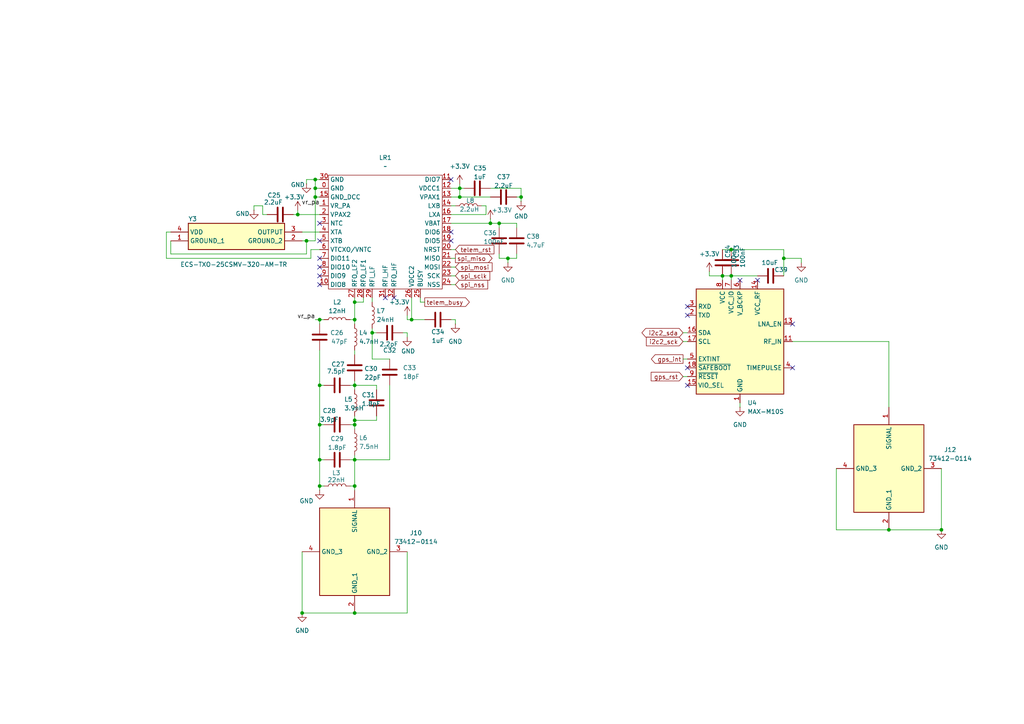
<source format=kicad_sch>
(kicad_sch (version 20250114) (generator "eeschema") (generator_version "9.0")
  (paper "A4")
  (lib_symbols
    (symbol "73412-0114:73412-0114"
      (property "Reference" "J" (at 26.67 17.78 0))
      (property "Value" "73412-0114" (at 26.67 15.24 0))
      (symbol "73412-0114_1_1"
        (rectangle (start 5.08 12.7) (end 25.4 -12.7) (stroke (width 0.254)) (fill (type background)))
        (pin passive line (at 0 0 0) (length 5.08) (name "GND_2") (number "3"))
        (pin passive line (at 15.24 17.78 270) (length 5.08) (name "GND_1") (number "2"))
        (pin passive line (at 15.24 -17.78 90) (length 5.08) (name "SIGNAL") (number "1"))
        (pin passive line (at 30.48 0 180) (length 5.08) (name "GND_3") (number "4"))
      )
    )
    (symbol "Device:C" (pin_numbers (hide yes)) (pin_names (offset 0.254))
      (property "Reference" "C" (at 0.635 2.54 0))
      (property "Value" "C" (at 0.635 -2.54 0))
      (symbol "C_0_1"
        (polyline (pts (xy -2.032 0.762) (xy 2.032 0.762)) (stroke (width 0.508)))
        (polyline (pts (xy -2.032 -0.762) (xy 2.032 -0.762)) (stroke (width 0.508)))
      )
      (symbol "C_1_1"
        (pin passive line (at 0 3.81 270) (length 2.794) (name "~") (number "1"))
        (pin passive line (at 0 -3.81 90) (length 2.794) (name "~") (number "2"))
      )
    )
    (symbol "Device:L" (pin_numbers (hide yes)) (pin_names (offset 1.016) (hide yes))
      (property "Reference" "L" (at -1.27 0 90))
      (property "Value" "L" (at 1.905 0 90))
      (symbol "L_0_1"
        (arc (start 0 2.54) (mid 0.6323 1.905) (end 0 1.27))
        (arc (start 0 1.27) (mid 0.6323 0.635) (end 0 0))
        (arc (start 0 0) (mid 0.6323 -0.635) (end 0 -1.27))
        (arc (start 0 -1.27) (mid 0.6323 -1.905) (end 0 -2.54))
      )
      (symbol "L_1_1"
        (pin passive line (at 0 3.81 270) (length 1.27) (name "1") (number "1"))
        (pin passive line (at 0 -3.81 90) (length 1.27) (name "2") (number "2"))
      )
    )
    (symbol "ECS-TXO-25CSMV-320-AM-TR:ECS-TXO-25CSMV-320-AM-TR"
      (property "Reference" "Y" (at 34.29 7.62 0))
      (property "Value" "ECS-TXO-25CSMV-320-AM-TR" (at 34.29 5.08 0))
      (symbol "ECS-TXO-25CSMV-320-AM-TR_1_1"
        (rectangle (start 5.08 2.54) (end 33.02 -5.08) (stroke (width 0.254)) (fill (type background)))
        (pin passive line (at 0 0 0) (length 5.08) (name "VDD") (number "4"))
        (pin passive line (at 0 -2.54 0) (length 5.08) (name "GROUND_1") (number "1"))
        (pin passive line (at 38.1 0 180) (length 5.08) (name "OUTPUT") (number "3"))
        (pin passive line (at 38.1 -2.54 180) (length 5.08) (name "GROUND_2") (number "2"))
      )
    )
    (symbol "RF_GPS:MAX-M10S"
      (property "Reference" "U" (at -10.16 16.51 0))
      (property "Value" "MAX-M10S" (at 11.43 16.51 0))
      (symbol "MAX-M10S_0_1"
        (rectangle (start 12.7 15.24) (end -12.7 -15.24) (stroke (width 0.254)) (fill (type background)))
      )
      (symbol "MAX-M10S_1_1"
        (pin input line (at -15.24 10.16 0) (length 2.54) (name "RXD") (number "3"))
        (pin output line (at -15.24 7.62 0) (length 2.54) (name "TXD") (number "2"))
        (pin bidirectional line (at -15.24 2.54 0) (length 2.54) (name "SDA") (number "16"))
        (pin input line (at -15.24 0 0) (length 2.54) (name "SCL") (number "17"))
        (pin input line (at -15.24 -5.08 0) (length 2.54) (name "EXTINT") (number "5"))
        (pin input line (at -15.24 -7.62 0) (length 2.54) (name "~{SAFEBOOT}") (number "18"))
        (pin input line (at -15.24 -10.16 0) (length 2.54) (name "~{RESET}") (number "9"))
        (pin input line (at -15.24 -12.7 0) (length 2.54) (name "VIO_SEL") (number "15"))
        (pin power_in line (at -5.08 17.78 270) (length 2.54) (name "VCC") (number "8"))
        (pin power_in line (at -2.54 17.78 270) (length 2.54) (name "VCC_IO") (number "7"))
        (pin power_in line (at 0 17.78 270) (length 2.54) (name "V_BCKP") (number "6"))
        (pin power_in line (at 0 -17.78 90) (length 2.54) (name "GND") (number "1"))
        (pin passive line (at 0 -17.78 90) (length 2.54) (hide yes) (name "GND") (number "10"))
        (pin passive line (at 0 -17.78 90) (length 2.54) (hide yes) (name "GND") (number "12"))
        (pin power_out line (at 5.08 17.78 270) (length 2.54) (name "VCC_RF") (number "14"))
        (pin output line (at 15.24 5.08 180) (length 2.54) (name "LNA_EN") (number "13"))
        (pin input line (at 15.24 0 180) (length 2.54) (name "RF_IN") (number "11"))
        (pin output line (at 15.24 -7.62 180) (length 2.54) (name "TIMEPULSE") (number "4"))
      )
    )
    (symbol "lr2021:lr2021_qfn32"
      (property "Reference" "LR2021" (at 0 0 0))
      (symbol "lr2021_qfn32_0_1"
        (rectangle (start -16.51 -1.27) (end 16.51 -34.29))
      )
      (symbol "lr2021_qfn32_1_1"
        (pin power_in line (at -19.05 -2.54 0) (length 2.54) (name "GND") (number "30"))
        (pin power_in line (at -19.05 -5.08 0) (length 2.54) (name "GND") (number "0"))
        (pin power_in line (at -19.05 -7.62 0) (length 2.54) (name "GND_DCC") (number "15"))
        (pin power_out line (at -19.05 -10.16 0) (length 2.54) (name "VR_PA") (number "1"))
        (pin power_out line (at -19.05 -12.7 0) (length 2.54) (name "VPAX2") (number "2"))
        (pin input line (at -19.05 -15.24 0) (length 2.54) (name "NTC") (number "3"))
        (pin input line (at -19.05 -17.78 0) (length 2.54) (name "XTA") (number "4"))
        (pin input line (at -19.05 -20.32 0) (length 2.54) (name "XTB") (number "5"))
        (pin power_out line (at -19.05 -22.86 0) (length 2.54) (name "VTCXO/VNTC") (number "6"))
        (pin bidirectional line (at -19.05 -25.4 0) (length 2.54) (name "DIO11") (number "7"))
        (pin bidirectional line (at -19.05 -27.94 0) (length 2.54) (name "DIO10") (number "8"))
        (pin bidirectional line (at -19.05 -30.48 0) (length 2.54) (name "DIO9") (number "9"))
        (pin bidirectional line (at -19.05 -33.02 0) (length 2.54) (name "DIO8") (number "10"))
        (pin output line (at -8.89 -36.83 90) (length 2.54) (name "RFO_LF2") (number "27"))
        (pin output line (at -6.35 -36.83 90) (length 2.54) (name "RFO_LF1") (number "28"))
        (pin input line (at -3.81 -36.83 90) (length 2.54) (name "RFI_LF") (number "29"))
        (pin input line (at 0 -36.83 90) (length 2.54) (name "RFI_HF") (number "31"))
        (pin output line (at 2.54 -36.83 90) (length 2.54) (name "RFO_HF") (number "32"))
        (pin power_in line (at 7.62 -36.83 90) (length 2.54) (name "VDCC2") (number "26"))
        (pin output line (at 10.16 -36.83 90) (length 2.54) (name "BUSY") (number "25"))
        (pin bidirectional line (at 19.05 -2.54 180) (length 2.54) (name "DIO7") (number "11"))
        (pin power_out line (at 19.05 -5.08 180) (length 2.54) (name "VDCC1") (number "12"))
        (pin power_out line (at 19.05 -7.62 180) (length 2.54) (name "VPAX1") (number "13"))
        (pin unspecified line (at 19.05 -10.16 180) (length 2.54) (name "LXB") (number "14"))
        (pin unspecified line (at 19.05 -12.7 180) (length 2.54) (name "LXA") (number "16"))
        (pin power_in line (at 19.05 -15.24 180) (length 2.54) (name "VBAT") (number "17"))
        (pin bidirectional line (at 19.05 -17.78 180) (length 2.54) (name "DIO6") (number "18"))
        (pin bidirectional line (at 19.05 -20.32 180) (length 2.54) (name "DIO5") (number "19"))
        (pin input line (at 19.05 -22.86 180) (length 2.54) (name "NRST") (number "20"))
        (pin output line (at 19.05 -25.4 180) (length 2.54) (name "MISO") (number "21"))
        (pin input line (at 19.05 -27.94 180) (length 2.54) (name "MOSI") (number "22"))
        (pin input line (at 19.05 -30.48 180) (length 2.54) (name "SCK") (number "23"))
        (pin input line (at 19.05 -33.02 180) (length 2.54) (name "NSS") (number "24"))
      )
    )
    (symbol "power:+3.3V" (power) (pin_numbers (hide yes)) (pin_names (offset 0) (hide yes))
      (property "Value" "+3.3V" (at 0 3.556 0))
      (symbol "+3.3V_0_1"
        (polyline (pts (xy -0.762 1.27) (xy 0 2.54)))
        (polyline (pts (xy 0 2.54) (xy 0.762 1.27)))
        (polyline (pts (xy 0 0) (xy 0 2.54)))
      )
      (symbol "+3.3V_1_1"
        (pin power_in line (at 0 0 90) (length 0) (name "~") (number "1"))
      )
    )
    (symbol "power:GND" (power) (pin_numbers (hide yes)) (pin_names (offset 0) (hide yes))
      (property "Value" "GND" (at 0 -3.81 0))
      (symbol "GND_0_1"
        (polyline (pts (xy 0 0) (xy 0 -1.27) (xy 1.27 -1.27) (xy 0 -2.54) (xy -1.27 -1.27) (xy 0 -1.27)))
      )
      (symbol "GND_1_1"
        (pin power_in line (at 0 0 270) (length 0) (name "~") (number "1"))
      )
    )
  )
  (junction (at 102.87 121.92))
  (junction (at 133.35 57.15))
  (junction (at 133.35 54.61))
  (junction (at 102.87 87.63))
  (junction (at 102.87 140.97))
  (junction (at 102.87 92.71))
  (junction (at 209.55 80.01))
  (junction (at 92.71 140.97))
  (junction (at 119.38 92.71))
  (junction (at 151.13 57.15))
  (junction (at 102.87 111.76))
  (junction (at 92.71 123.19))
  (junction (at 92.71 92.71))
  (junction (at 107.95 96.52))
  (junction (at 91.44 54.61))
  (junction (at 227.33 74.93))
  (junction (at 147.32 74.93))
  (junction (at 257.81 153.67))
  (junction (at 102.87 123.19))
  (junction (at 91.44 52.07))
  (junction (at 92.71 111.76))
  (junction (at 212.09 80.01))
  (junction (at 91.44 57.15))
  (junction (at 92.71 133.35))
  (junction (at 87.63 177.8))
  (junction (at 273.05 153.67))
  (junction (at 88.9 69.85))
  (junction (at 86.36 62.23))
  (junction (at 102.87 177.8))
  (junction (at 144.78 64.77))
  (junction (at 102.87 133.35))
  (junction (at 142.24 64.77))
  (junction (at 212.09 72.39))
  (no_connect (at 199.39 106.68))
  (no_connect (at 111.76 86.36))
  (no_connect (at 92.71 64.77))
  (no_connect (at 130.81 52.07))
  (no_connect (at 219.71 81.28))
  (no_connect (at 114.3 86.36))
  (no_connect (at 130.81 69.85))
  (no_connect (at 92.71 77.47))
  (no_connect (at 214.63 81.28))
  (no_connect (at 92.71 69.85))
  (no_connect (at 92.71 80.01))
  (no_connect (at 229.87 106.68))
  (no_connect (at 130.81 67.31))
  (no_connect (at 92.71 82.55))
  (no_connect (at 229.87 93.98))
  (no_connect (at 199.39 111.76))
  (no_connect (at 92.71 74.93))
  (no_connect (at 199.39 91.44))
  (no_connect (at 199.39 88.9))
  (wire (pts (xy 227.33 74.93) (xy 227.33 80.01)))
  (wire (pts (xy 102.87 86.36) (xy 102.87 87.63)))
  (wire (pts (xy 133.35 54.61) (xy 130.81 54.61)))
  (wire (pts (xy 92.71 101.6) (xy 92.71 111.76)))
  (wire (pts (xy 132.08 93.98) (xy 132.08 92.71)))
  (wire (pts (xy 102.87 133.35) (xy 102.87 140.97)))
  (wire (pts (xy 140.97 62.23) (xy 140.97 59.69)))
  (wire (pts (xy 130.81 62.23) (xy 140.97 62.23)))
  (wire (pts (xy 102.87 110.49) (xy 102.87 111.76)))
  (wire (pts (xy 76.2 62.23) (xy 76.2 59.69)))
  (wire (pts (xy 118.11 97.79) (xy 118.11 96.52)))
  (wire (pts (xy 102.87 121.92) (xy 109.22 121.92)))
  (wire (pts (xy 144.78 64.77) (xy 149.86 64.77)))
  (wire (pts (xy 130.81 82.55) (xy 132.08 82.55)))
  (wire (pts (xy 257.81 99.06) (xy 229.87 99.06)))
  (wire (pts (xy 257.81 99.06) (xy 257.81 118.11)))
  (wire (pts (xy 198.12 109.22) (xy 199.39 109.22)))
  (wire (pts (xy 212.09 80.01) (xy 209.55 80.01)))
  (wire (pts (xy 149.86 74.93) (xy 149.86 73.66)))
  (wire (pts (xy 147.32 74.93) (xy 149.86 74.93)))
  (wire (pts (xy 140.97 59.69) (xy 139.7 59.69)))
  (wire (pts (xy 109.22 111.76) (xy 109.22 113.03)))
  (wire (pts (xy 212.09 80.01) (xy 219.71 80.01)))
  (wire (pts (xy 102.87 111.76) (xy 101.6 111.76)))
  (wire (pts (xy 227.33 74.93) (xy 232.41 74.93)))
  (wire (pts (xy 73.66 59.69) (xy 73.66 60.96)))
  (wire (pts (xy 102.87 111.76) (xy 102.87 113.03)))
  (wire (pts (xy 87.63 67.31) (xy 92.71 67.31)))
  (wire (pts (xy 87.63 160.02) (xy 87.63 177.8)))
  (wire (pts (xy 92.71 123.19) (xy 92.71 133.35)))
  (wire (pts (xy 130.81 72.39) (xy 132.08 72.39)))
  (wire (pts (xy 102.87 133.35) (xy 113.03 133.35)))
  (wire (pts (xy 92.71 92.71) (xy 93.98 92.71)))
  (wire (pts (xy 88.9 52.07) (xy 91.44 52.07)))
  (wire (pts (xy 88.9 53.34) (xy 88.9 52.07)))
  (wire (pts (xy 102.87 92.71) (xy 102.87 93.98)))
  (wire (pts (xy 87.63 177.8) (xy 102.87 177.8)))
  (wire (pts (xy 102.87 123.19) (xy 101.6 123.19)))
  (wire (pts (xy 142.24 54.61) (xy 151.13 54.61)))
  (wire (pts (xy 92.71 93.98) (xy 92.71 92.71)))
  (wire (pts (xy 92.71 111.76) (xy 93.98 111.76)))
  (wire (pts (xy 133.35 54.61) (xy 133.35 57.15)))
  (wire (pts (xy 49.53 67.31) (xy 48.26 67.31)))
  (wire (pts (xy 91.44 54.61) (xy 92.71 54.61)))
  (wire (pts (xy 130.81 59.69) (xy 132.08 59.69)))
  (wire (pts (xy 48.26 74.93) (xy 90.17 74.93)))
  (wire (pts (xy 198.12 99.06) (xy 199.39 99.06)))
  (wire (pts (xy 227.33 72.39) (xy 227.33 74.93)))
  (wire (pts (xy 109.22 121.92) (xy 109.22 120.65)))
  (wire (pts (xy 102.87 101.6) (xy 102.87 102.87)))
  (wire (pts (xy 76.2 62.23) (xy 77.47 62.23)))
  (wire (pts (xy 214.63 116.84) (xy 214.63 118.11)))
  (wire (pts (xy 102.87 92.71) (xy 101.6 92.71)))
  (wire (pts (xy 102.87 87.63) (xy 105.41 87.63)))
  (wire (pts (xy 107.95 95.25) (xy 107.95 96.52)))
  (wire (pts (xy 92.71 123.19) (xy 93.98 123.19)))
  (wire (pts (xy 133.35 57.15) (xy 142.24 57.15)))
  (wire (pts (xy 121.92 87.63) (xy 123.19 87.63)))
  (wire (pts (xy 102.87 121.92) (xy 102.87 123.19)))
  (wire (pts (xy 257.81 153.67) (xy 273.05 153.67)))
  (wire (pts (xy 212.09 80.01) (xy 212.09 81.28)))
  (wire (pts (xy 142.24 64.77) (xy 144.78 64.77)))
  (wire (pts (xy 130.81 80.01) (xy 132.08 80.01)))
  (wire (pts (xy 107.95 104.14) (xy 107.95 96.52)))
  (wire (pts (xy 144.78 64.77) (xy 144.78 66.04)))
  (wire (pts (xy 113.03 111.76) (xy 113.03 133.35)))
  (wire (pts (xy 147.32 74.93) (xy 147.32 76.2)))
  (wire (pts (xy 90.17 74.93) (xy 90.17 72.39)))
  (wire (pts (xy 92.71 133.35) (xy 93.98 133.35)))
  (wire (pts (xy 242.57 135.89) (xy 242.57 153.67)))
  (wire (pts (xy 90.17 72.39) (xy 92.71 72.39)))
  (wire (pts (xy 91.44 69.85) (xy 91.44 57.15)))
  (wire (pts (xy 142.24 64.77) (xy 142.24 63.5)))
  (wire (pts (xy 107.95 86.36) (xy 107.95 87.63)))
  (wire (pts (xy 130.81 74.93) (xy 132.08 74.93)))
  (wire (pts (xy 88.9 69.85) (xy 91.44 69.85)))
  (wire (pts (xy 151.13 54.61) (xy 151.13 57.15)))
  (wire (pts (xy 92.71 133.35) (xy 92.71 140.97)))
  (wire (pts (xy 49.53 73.66) (xy 88.9 73.66)))
  (wire (pts (xy 92.71 111.76) (xy 92.71 123.19)))
  (wire (pts (xy 91.44 52.07) (xy 91.44 54.61)))
  (wire (pts (xy 212.09 72.39) (xy 227.33 72.39)))
  (wire (pts (xy 144.78 74.93) (xy 147.32 74.93)))
  (wire (pts (xy 86.36 60.96) (xy 86.36 62.23)))
  (wire (pts (xy 130.81 77.47) (xy 132.08 77.47)))
  (wire (pts (xy 130.81 57.15) (xy 133.35 57.15)))
  (wire (pts (xy 85.09 62.23) (xy 86.36 62.23)))
  (wire (pts (xy 273.05 153.67) (xy 273.05 135.89)))
  (wire (pts (xy 102.87 132.08) (xy 102.87 133.35)))
  (wire (pts (xy 87.63 69.85) (xy 88.9 69.85)))
  (wire (pts (xy 149.86 57.15) (xy 151.13 57.15)))
  (wire (pts (xy 118.11 92.71) (xy 118.11 91.44)))
  (wire (pts (xy 91.44 57.15) (xy 92.71 57.15)))
  (wire (pts (xy 102.87 123.19) (xy 102.87 124.46)))
  (wire (pts (xy 198.12 104.14) (xy 199.39 104.14)))
  (wire (pts (xy 102.87 133.35) (xy 101.6 133.35)))
  (wire (pts (xy 92.71 52.07) (xy 91.44 52.07)))
  (wire (pts (xy 151.13 57.15) (xy 151.13 58.42)))
  (wire (pts (xy 118.11 92.71) (xy 119.38 92.71)))
  (wire (pts (xy 91.44 92.71) (xy 92.71 92.71)))
  (wire (pts (xy 132.08 92.71) (xy 130.81 92.71)))
  (wire (pts (xy 133.35 53.34) (xy 133.35 54.61)))
  (wire (pts (xy 92.71 140.97) (xy 93.98 140.97)))
  (wire (pts (xy 86.36 62.23) (xy 92.71 62.23)))
  (wire (pts (xy 209.55 72.39) (xy 212.09 72.39)))
  (wire (pts (xy 102.87 120.65) (xy 102.87 121.92)))
  (wire (pts (xy 88.9 73.66) (xy 88.9 69.85)))
  (wire (pts (xy 113.03 104.14) (xy 107.95 104.14)))
  (wire (pts (xy 102.87 142.24) (xy 102.87 140.97)))
  (wire (pts (xy 102.87 177.8) (xy 118.11 177.8)))
  (wire (pts (xy 205.74 78.74) (xy 205.74 80.01)))
  (wire (pts (xy 130.81 64.77) (xy 142.24 64.77)))
  (wire (pts (xy 119.38 92.71) (xy 119.38 86.36)))
  (wire (pts (xy 102.87 87.63) (xy 102.87 92.71)))
  (wire (pts (xy 209.55 80.01) (xy 209.55 81.28)))
  (wire (pts (xy 149.86 64.77) (xy 149.86 66.04)))
  (wire (pts (xy 102.87 140.97) (xy 101.6 140.97)))
  (wire (pts (xy 92.71 140.97) (xy 92.71 142.24)))
  (wire (pts (xy 102.87 111.76) (xy 109.22 111.76)))
  (wire (pts (xy 49.53 69.85) (xy 49.53 73.66)))
  (wire (pts (xy 198.12 96.52) (xy 199.39 96.52)))
  (wire (pts (xy 107.95 96.52) (xy 109.22 96.52)))
  (wire (pts (xy 105.41 87.63) (xy 105.41 86.36)))
  (wire (pts (xy 48.26 67.31) (xy 48.26 74.93)))
  (wire (pts (xy 144.78 74.93) (xy 144.78 73.66)))
  (wire (pts (xy 118.11 96.52) (xy 116.84 96.52)))
  (wire (pts (xy 205.74 80.01) (xy 209.55 80.01)))
  (wire (pts (xy 232.41 76.2) (xy 232.41 74.93)))
  (wire (pts (xy 123.19 92.71) (xy 119.38 92.71)))
  (wire (pts (xy 242.57 153.67) (xy 257.81 153.67)))
  (wire (pts (xy 121.92 87.63) (xy 121.92 86.36)))
  (wire (pts (xy 133.35 54.61) (xy 134.62 54.61)))
  (wire (pts (xy 76.2 59.69) (xy 73.66 59.69)))
  (wire (pts (xy 118.11 177.8) (xy 118.11 160.02)))
  (wire (pts (xy 91.44 54.61) (xy 91.44 57.15)))
  (label "vr_pa" (at 92.71 59.69 180))
  (label "vr_pa" (at 91.44 92.71 180))
  (global_label "spi_nss" (shape input) (at 132.08 82.55 0) (property "Intersheetrefs" "${INTERSHEET_REFS}" (effects (hide yes))))
  (global_label "telem_rst" (shape input) (at 132.08 72.39 0) (property "Intersheetrefs" "${INTERSHEET_REFS}" (effects (hide yes))))
  (global_label "spi_sclk" (shape input) (at 132.08 80.01 0) (property "Intersheetrefs" "${INTERSHEET_REFS}" (effects (hide yes))))
  (global_label "spi_mosi" (shape input) (at 132.08 77.47 0) (property "Intersheetrefs" "${INTERSHEET_REFS}" (effects (hide yes))))
  (global_label "spi_miso" (shape output) (at 132.08 74.93 0) (property "Intersheetrefs" "${INTERSHEET_REFS}" (effects (hide yes))))
  (global_label "gps_rst" (shape input) (at 198.12 109.22 180) (property "Intersheetrefs" "${INTERSHEET_REFS}" (effects (hide yes))))
  (global_label "i2c2_sck" (shape input) (at 198.12 99.06 180) (property "Intersheetrefs" "${INTERSHEET_REFS}" (effects (hide yes))))
  (global_label "gps_int" (shape output) (at 198.12 104.14 180) (property "Intersheetrefs" "${INTERSHEET_REFS}" (effects (hide yes))))
  (global_label "telem_busy" (shape output) (at 123.19 87.63 0) (property "Intersheetrefs" "${INTERSHEET_REFS}" (effects (hide yes))))
  (global_label "i2c2_sda" (shape bidirectional) (at 198.12 96.52 180) (property "Intersheetrefs" "${INTERSHEET_REFS}" (effects (hide yes))))
  (symbol (lib_id "Device:L") (at 97.79 140.97 90) (unit 1)
    (property "Reference" "L3" (at 97.536 137.16 90))
    (property "Value" "22nH" (at 97.536 139.192 90))
    (property "Footprint" "Inductor_SMD:L_0402_1005Metric" (effects (hide yes)))
    (property "Description" "Inductor" (effects (hide yes)))
  )
  (symbol (lib_id "Device:C") (at 102.87 106.68 0) (unit 1)
    (property "Reference" "C30" (at 105.664 106.934 0) (effects (justify left)))
    (property "Value" "22pF" (at 105.664 109.474 0) (effects (justify left)))
    (property "Footprint" "Capacitor_SMD:C_0402_1005Metric" (effects (hide yes)))
    (property "Description" "Unpolarized capacitor" (effects (hide yes)))
  )
  (symbol (lib_id "power:GND") (at 232.41 76.2 0) (unit 1)
    (property "Reference" "#PWR082" (effects (hide yes)))
    (property "Value" "GND" (at 232.41 81.28 0))
    (property "Description" "Power symbol creates a global label with name \"GND\" , ground" (effects (hide yes)))
  )
  (symbol (lib_id "power:GND") (at 118.11 97.79 0) (unit 1)
    (property "Reference" "#PWR073" (effects (hide yes)))
    (property "Value" "GND" (at 118.364 101.854 0))
    (property "Description" "Power symbol creates a global label with name \"GND\" , ground" (effects (hide yes)))
  )
  (symbol (lib_id "power:GND") (at 73.66 60.96 0) (unit 1)
    (property "Reference" "#PWR067" (effects (hide yes)))
    (property "Value" "GND" (at 70.358 61.976 0))
    (property "Description" "Power symbol creates a global label with name \"GND\" , ground" (effects (hide yes)))
  )
  (symbol (lib_id "Device:L") (at 102.87 97.79 0) (unit 1)
    (property "Reference" "L4" (at 104.14 96.5199 0) (effects (justify left)))
    (property "Value" "4.7nH" (at 104.14 99.0599 0) (effects (justify left)))
    (property "Footprint" "Inductor_SMD:L_0402_1005Metric" (effects (hide yes)))
    (property "Description" "Inductor" (effects (hide yes)))
  )
  (symbol (lib_id "power:+3.3V") (at 118.11 91.44 0) (unit 1)
    (property "Reference" "#PWR072" (effects (hide yes)))
    (property "Value" "+3.3V" (at 115.824 87.63 0))
    (property "Description" "Power symbol creates a global label with name \"+3.3V\"" (effects (hide yes)))
  )
  (symbol (lib_id "ECS-TXO-25CSMV-320-AM-TR:ECS-TXO-25CSMV-320-AM-TR") (at 49.53 67.31 0) (unit 1)
    (property "Reference" "Y3" (at 55.88 63.5 0))
    (property "Value" "ECS-TXO-25CSMV-320-AM-TR" (at 67.818 76.708 0))
    (property "Footprint" "footprints:ECSTXO25CSMV320AMTR" (effects (hide yes)))
    (property "Datasheet" "https://ecsxtal.com/store/pdf/ECS-TXO-25CSMV.pdf" (effects (hide yes)))
    (property "Description" "TCXO Oscillators 32MHz 0.5ppm 1.7V to 3.465V" (effects (hide yes)))
    (property "Height" "1" (effects (hide yes)))
    (property "Mouser Part Number" "520-TXO25CSMV320AMTR" (effects (hide yes)))
    (property "Mouser Price/Stock" "https://www.mouser.co.uk/ProductDetail/ECS/ECS-TXO-25CSMV-320-AM-TR?qs=wnTfsH77Xs7GjCu67eLygA%3D%3D" (effects (hide yes)))
    (property "Manufacturer_Name" "ECS" (effects (hide yes)))
    (property "Manufacturer_Part_Number" "ECS-TXO-25CSMV-320-AM-TR" (effects (hide yes)))
  )
  (symbol (lib_id "power:+3.3V") (at 205.74 78.74 0) (unit 1)
    (property "Reference" "#PWR080" (effects (hide yes)))
    (property "Value" "+3.3V" (at 205.74 73.66 0))
    (property "Description" "Power symbol creates a global label with name \"+3.3V\"" (effects (hide yes)))
  )
  (symbol (lib_id "power:+3.3V") (at 86.36 60.96 0) (unit 1)
    (property "Reference" "#PWR069" (effects (hide yes)))
    (property "Value" "+3.3V" (at 85.344 57.15 0))
    (property "Description" "Power symbol creates a global label with name \"+3.3V\"" (effects (hide yes)))
  )
  (symbol (lib_id "power:+3.3V") (at 142.24 63.5 0) (unit 1)
    (property "Reference" "#PWR077" (effects (hide yes)))
    (property "Value" "+3.3V" (at 145.542 60.96 0))
    (property "Description" "Power symbol creates a global label with name \"+3.3V\"" (effects (hide yes)))
  )
  (symbol (lib_id "73412-0114:73412-0114") (at 273.05 135.89 180) (unit 1)
    (property "Reference" "J12" (at 275.59 130.4446 0))
    (property "Value" "73412-0114" (at 275.59 132.9846 0))
    (property "Footprint" "footprints:73412-0110" (effects (hide yes)))
    (property "Datasheet" "http://www.molex.com/webdocs/datasheets/pdf/en-us//0734120114_RF_COAX_CONNECTORS.pdf" (effects (hide yes)))
    (property "Description" "Micro Coaxial Receptacle,Vertical Molex Female Surface Mount Coaxial Socket, Solder Termination" (effects (hide yes)))
    (property "Mouser Part Number" "538-73412-0114" (effects (hide yes)))
    (property "Mouser Price/Stock" "https://www.mouser.co.uk/ProductDetail/Molex/73412-0114?qs=TpUtqFO9vU%252Ba9r2SfxH4iw%3D%3D" (effects (hide yes)))
    (property "Manufacturer_Name" "Molex" (effects (hide yes)))
    (property "Manufacturer_Part_Number" "73412-0114" (effects (hide yes)))
  )
  (symbol (lib_id "power:+3.3V") (at 133.35 53.34 0) (unit 1)
    (property "Reference" "#PWR075" (effects (hide yes)))
    (property "Value" "+3.3V" (at 133.35 48.26 0))
    (property "Description" "Power symbol creates a global label with name \"+3.3V\"" (effects (hide yes)))
  )
  (symbol (lib_id "Device:C") (at 138.43 54.61 90) (unit 1)
    (property "Reference" "C35" (at 139.192 48.768 90))
    (property "Value" "1uF" (at 139.192 51.308 90))
    (property "Footprint" "Capacitor_SMD:C_0603_1608Metric" (effects (hide yes)))
    (property "Description" "Unpolarized capacitor" (effects (hide yes)))
  )
  (symbol (lib_id "Device:C") (at 212.09 76.2 180) (unit 1)
    (property "Reference" "C53" (at 213.614 72.898 90))
    (property "Value" "100nF" (at 215.392 74.676 90))
    (property "Footprint" "Capacitor_SMD:C_0402_1005Metric" (effects (hide yes)))
    (property "Description" "Unpolarized capacitor" (effects (hide yes)))
  )
  (symbol (lib_id "Device:C") (at 223.52 80.01 90) (unit 1)
    (property "Reference" "C39" (at 226.568 78.232 90))
    (property "Value" "10uF" (at 223.266 76.2 90))
    (property "Footprint" "Capacitor_SMD:C_0603_1608Metric" (effects (hide yes)))
    (property "Description" "Unpolarized capacitor" (effects (hide yes)))
  )
  (symbol (lib_id "power:GND") (at 214.63 118.11 0) (unit 1)
    (property "Reference" "#PWR081" (effects (hide yes)))
    (property "Value" "GND" (at 214.63 123.19 0))
    (property "Description" "Power symbol creates a global label with name \"GND\" , ground" (effects (hide yes)))
  )
  (symbol (lib_id "Device:L") (at 97.79 92.71 90) (unit 1)
    (property "Reference" "L2" (at 97.79 87.63 90))
    (property "Value" "12nH" (at 97.79 90.17 90))
    (property "Footprint" "Inductor_SMD:L_0603_1608Metric" (effects (hide yes)))
    (property "Description" "Inductor" (effects (hide yes)))
  )
  (symbol (lib_id "power:GND") (at 147.32 76.2 0) (unit 1)
    (property "Reference" "#PWR078" (effects (hide yes)))
    (property "Value" "GND" (at 147.32 81.28 0))
    (property "Description" "Power symbol creates a global label with name \"GND\" , ground" (effects (hide yes)))
  )
  (symbol (lib_id "Device:L") (at 102.87 116.84 0) (unit 1)
    (property "Reference" "L5" (at 99.822 115.824 0) (effects (justify left)))
    (property "Value" "3.9nH" (at 99.822 118.364 0) (effects (justify left)))
    (property "Footprint" "Inductor_SMD:L_0402_1005Metric" (effects (hide yes)))
    (property "Description" "Inductor" (effects (hide yes)))
  )
  (symbol (lib_id "Device:L") (at 102.87 128.27 0) (unit 1)
    (property "Reference" "L6" (at 104.14 126.9999 0) (effects (justify left)))
    (property "Value" "7.5nH" (at 104.14 129.5399 0) (effects (justify left)))
    (property "Footprint" "Inductor_SMD:L_0402_1005Metric" (effects (hide yes)))
    (property "Description" "Inductor" (effects (hide yes)))
  )
  (symbol (lib_id "Device:C") (at 113.03 107.95 0) (unit 1)
    (property "Reference" "C33" (at 116.84 106.6799 0) (effects (justify left)))
    (property "Value" "18pF" (at 116.84 109.2199 0) (effects (justify left)))
    (property "Footprint" "Capacitor_SMD:C_0402_1005Metric" (effects (hide yes)))
    (property "Description" "Unpolarized capacitor" (effects (hide yes)))
  )
  (symbol (lib_id "Device:C") (at 81.28 62.23 90) (unit 1)
    (property "Reference" "C25" (at 79.502 56.642 90))
    (property "Value" "2.2uF" (at 79.248 58.674 90))
    (property "Footprint" "Capacitor_SMD:C_0603_1608Metric" (effects (hide yes)))
    (property "Description" "Unpolarized capacitor" (effects (hide yes)))
  )
  (symbol (lib_id "power:GND") (at 273.05 153.67 0) (unit 1)
    (property "Reference" "#PWR071" (effects (hide yes)))
    (property "Value" "GND" (at 273.05 158.75 0))
    (property "Description" "Power symbol creates a global label with name \"GND\" , ground" (effects (hide yes)))
  )
  (symbol (lib_id "Device:C") (at 209.55 76.2 180) (unit 1)
    (property "Reference" "C54" (at 211.074 72.898 90))
    (property "Value" "100nF" (at 212.852 74.676 90))
    (property "Footprint" "Capacitor_SMD:C_0402_1005Metric" (effects (hide yes)))
    (property "Description" "Unpolarized capacitor" (effects (hide yes)))
  )
  (symbol (lib_id "Device:L") (at 107.95 91.44 0) (unit 1)
    (property "Reference" "L7" (at 109.22 90.1699 0) (effects (justify left)))
    (property "Value" "24nH" (at 109.22 92.7099 0) (effects (justify left)))
    (property "Footprint" "Inductor_SMD:L_0402_1005Metric" (effects (hide yes)))
    (property "Description" "Inductor" (effects (hide yes)))
  )
  (symbol (lib_id "Device:C") (at 97.79 123.19 90) (unit 1)
    (property "Reference" "C28" (at 95.504 119.126 90))
    (property "Value" "3.9pF" (at 95.504 121.666 90))
    (property "Footprint" "Capacitor_SMD:C_0402_1005Metric" (effects (hide yes)))
    (property "Description" "Unpolarized capacitor" (effects (hide yes)))
  )
  (symbol (lib_id "Device:C") (at 113.03 96.52 90) (unit 1)
    (property "Reference" "C32" (at 113.03 101.6 90))
    (property "Value" "2.2pF" (at 112.776 99.822 90))
    (property "Footprint" "Capacitor_SMD:C_0402_1005Metric" (effects (hide yes)))
    (property "Description" "Unpolarized capacitor" (effects (hide yes)))
  )
  (symbol (lib_id "Device:C") (at 146.05 57.15 90) (unit 1)
    (property "Reference" "C37" (at 146.05 51.308 90))
    (property "Value" "2.2uF" (at 146.05 53.848 90))
    (property "Footprint" "Capacitor_SMD:C_0603_1608Metric" (effects (hide yes)))
    (property "Description" "Unpolarized capacitor" (effects (hide yes)))
  )
  (symbol (lib_id "power:GND") (at 151.13 58.42 0) (unit 1)
    (property "Reference" "#PWR079" (effects (hide yes)))
    (property "Value" "GND" (at 151.13 62.738 0))
    (property "Description" "Power symbol creates a global label with name \"GND\" , ground" (effects (hide yes)))
  )
  (symbol (lib_id "RF_GPS:MAX-M10S") (at 214.63 99.06 0) (unit 1)
    (property "Reference" "U4" (at 216.7733 116.84 0) (effects (justify left)))
    (property "Value" "MAX-M10S" (at 216.7733 119.38 0) (effects (justify left)))
    (property "Footprint" "RF_GPS:ublox_MAX" (effects (hide yes)))
    (property "Datasheet" "https://content.u-blox.com/sites/default/files/MAX-M10S_DataSheet_UBX-20035208.pdf" (effects (hide yes)))
    (property "Description" "GNSS Module MAX M10, VCC 1.65V to 3.6V" (effects (hide yes)))
  )
  (symbol (lib_id "Device:C") (at 97.79 111.76 90) (unit 1)
    (property "Reference" "C27" (at 98.044 105.664 90))
    (property "Value" "7.5pF" (at 97.536 107.696 90))
    (property "Footprint" "Capacitor_SMD:C_0402_1005Metric" (effects (hide yes)))
    (property "Description" "Unpolarized capacitor" (effects (hide yes)))
  )
  (symbol (lib_id "Device:C") (at 97.79 133.35 90) (unit 1)
    (property "Reference" "C29" (at 97.79 127.254 90))
    (property "Value" "1.8pF" (at 97.79 129.794 90))
    (property "Footprint" "Capacitor_SMD:C_0402_1005Metric" (effects (hide yes)))
    (property "Description" "Unpolarized capacitor" (effects (hide yes)))
  )
  (symbol (lib_id "power:GND") (at 92.71 142.24 0) (unit 1)
    (property "Reference" "#PWR070" (effects (hide yes)))
    (property "Value" "GND" (at 88.9 145.288 0))
    (property "Description" "Power symbol creates a global label with name \"GND\" , ground" (effects (hide yes)))
  )
  (symbol (lib_id "power:GND") (at 132.08 93.98 0) (unit 1)
    (property "Reference" "#PWR074" (effects (hide yes)))
    (property "Value" "GND" (at 132.08 99.06 0))
    (property "Description" "Power symbol creates a global label with name \"GND\" , ground" (effects (hide yes)))
  )
  (symbol (lib_id "Device:C") (at 144.78 69.85 0) (unit 1)
    (property "Reference" "C36" (at 140.208 67.564 0) (effects (justify left)))
    (property "Value" "100nF" (at 140.208 70.104 0) (effects (justify left)))
    (property "Footprint" "Capacitor_SMD:C_0402_1005Metric" (effects (hide yes)))
    (property "Description" "Unpolarized capacitor" (effects (hide yes)))
  )
  (symbol (lib_id "Device:C") (at 109.22 116.84 0) (unit 1)
    (property "Reference" "C31" (at 104.902 114.554 0) (effects (justify left)))
    (property "Value" "1.8pF" (at 104.902 117.094 0) (effects (justify left)))
    (property "Footprint" "Capacitor_SMD:C_0402_1005Metric" (effects (hide yes)))
    (property "Description" "Unpolarized capacitor" (effects (hide yes)))
  )
  (symbol (lib_id "lr2021:lr2021_qfn32") (at 111.76 49.53 0) (unit 1)
    (property "Reference" "LR1" (at 111.76 45.72 0))
    (property "Value" "~" (at 111.76 48.26 0))
    (property "Footprint" "footprints:LR2021" (effects (hide yes)))
  )
  (symbol (lib_id "power:GND") (at 88.9 53.34 0) (unit 1)
    (property "Reference" "#PWR068" (effects (hide yes)))
    (property "Value" "GND" (at 86.36 53.594 0))
    (property "Description" "Power symbol creates a global label with name \"GND\" , ground" (effects (hide yes)))
  )
  (symbol (lib_id "Device:C") (at 92.71 97.79 0) (unit 1)
    (property "Reference" "C26" (at 95.758 96.52 0) (effects (justify left)))
    (property "Value" "47pF" (at 96.012 99.06 0) (effects (justify left)))
    (property "Footprint" "Capacitor_SMD:C_0402_1005Metric" (effects (hide yes)))
    (property "Description" "Unpolarized capacitor" (effects (hide yes)))
  )
  (symbol (lib_id "power:GND") (at 87.63 177.8 0) (unit 1)
    (property "Reference" "#PWR029" (effects (hide yes)))
    (property "Value" "GND" (at 87.63 182.88 0))
    (property "Description" "Power symbol creates a global label with name \"GND\" , ground" (effects (hide yes)))
  )
  (symbol (lib_id "Device:C") (at 127 92.71 90) (unit 1)
    (property "Reference" "C34" (at 127 96.266 90))
    (property "Value" "1uF" (at 127 98.806 90))
    (property "Footprint" "Capacitor_SMD:C_0603_1608Metric" (effects (hide yes)))
    (property "Description" "Unpolarized capacitor" (effects (hide yes)))
  )
  (symbol (lib_id "73412-0114:73412-0114") (at 118.11 160.02 180) (unit 1)
    (property "Reference" "J10" (at 120.65 154.5746 0))
    (property "Value" "73412-0114" (at 120.65 157.1146 0))
    (property "Footprint" "footprints:73412-0110" (effects (hide yes)))
    (property "Datasheet" "http://www.molex.com/webdocs/datasheets/pdf/en-us//0734120114_RF_COAX_CONNECTORS.pdf" (effects (hide yes)))
    (property "Description" "Micro Coaxial Receptacle,Vertical Molex Female Surface Mount Coaxial Socket, Solder Termination" (effects (hide yes)))
    (property "Mouser Part Number" "538-73412-0114" (effects (hide yes)))
    (property "Mouser Price/Stock" "https://www.mouser.co.uk/ProductDetail/Molex/73412-0114?qs=TpUtqFO9vU%252Ba9r2SfxH4iw%3D%3D" (effects (hide yes)))
    (property "Manufacturer_Name" "Molex" (effects (hide yes)))
    (property "Manufacturer_Part_Number" "73412-0114" (effects (hide yes)))
  )
  (symbol (lib_id "Device:L") (at 135.89 59.69 90) (unit 1)
    (property "Reference" "L8" (at 136.398 58.166 90))
    (property "Value" "2.2uH" (at 136.144 60.706 90))
    (property "Footprint" "Inductor_SMD:L_0805_2012Metric" (effects (hide yes)))
    (property "Description" "Inductor" (effects (hide yes)))
  )
  (symbol (lib_id "Device:C") (at 149.86 69.85 0) (unit 1)
    (property "Reference" "C38" (at 152.654 68.58 0) (effects (justify left)))
    (property "Value" "4.7uF" (at 152.654 71.12 0) (effects (justify left)))
    (property "Footprint" "Capacitor_SMD:C_0603_1608Metric" (effects (hide yes)))
    (property "Description" "Unpolarized capacitor" (effects (hide yes)))
  )
)
</source>
